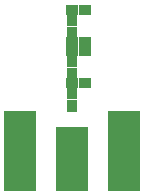
<source format=gbr>
G04 #@! TF.FileFunction,Soldermask,Top*
%FSLAX46Y46*%
G04 Gerber Fmt 4.6, Leading zero omitted, Abs format (unit mm)*
G04 Created by KiCad (PCBNEW 4.0.5) date 04/05/17 11:29:04*
%MOMM*%
%LPD*%
G01*
G04 APERTURE LIST*
%ADD10C,0.025400*%
%ADD11R,1.000000X0.900000*%
%ADD12R,0.900000X1.000000*%
%ADD13R,2.690000X5.480000*%
%ADD14R,2.820000X6.880000*%
G04 APERTURE END LIST*
D10*
D11*
X21916300Y12420600D03*
X23016300Y12420600D03*
D12*
X21920200Y7031900D03*
X21920200Y8131900D03*
D11*
X21916300Y8940800D03*
X23016300Y8940800D03*
D12*
X21920200Y9749700D03*
X21920200Y10849700D03*
D11*
X21916300Y11658600D03*
X23016300Y11658600D03*
D12*
X21920200Y13229500D03*
X21920200Y14329500D03*
D11*
X21916300Y15138400D03*
X23016300Y15138400D03*
D13*
X21920200Y2534500D03*
D14*
X17540200Y3234500D03*
X26300200Y3234500D03*
M02*

</source>
